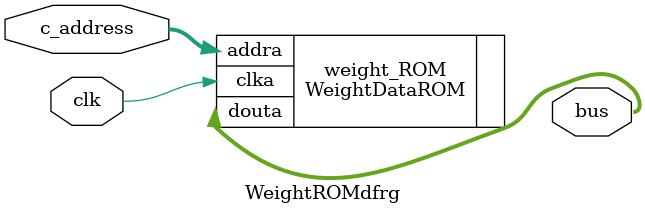
<source format=v>
`timescale 1ns / 1ps


module WeightROMdfrg#(
        parameter data_size=8
    )(
        input clk,
        input [19:0] c_address,
        output [data_size-1:0] bus
    );
    
    WeightDataROM weight_ROM (
      .clka(clk),    // input wire clka
      .addra(c_address),  // input wire [19 : 0] addra
      .douta(bus)  // output wire [7 : 0] douta
    );
endmodule

</source>
